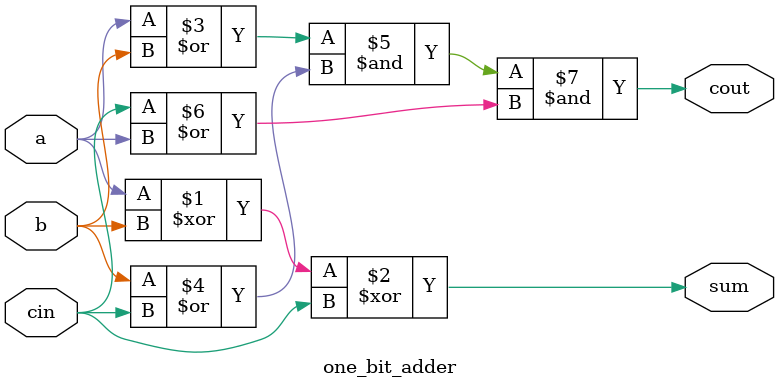
<source format=v>
module one_bit_adder (a, b, cin, sum, cout);

   // inputs
   input a;    // first operand bit
   input b;    // second operand bit
   input cin;  // carry in bit

   // outputs
   output sum;    // final sum bit
   wire sum;
   output cout;   // carry out bit
   wire cout;

   assign sum = a^b^cin;
   assign cout = (a|b)&(b|cin)&(cin|a);

endmodule
</source>
